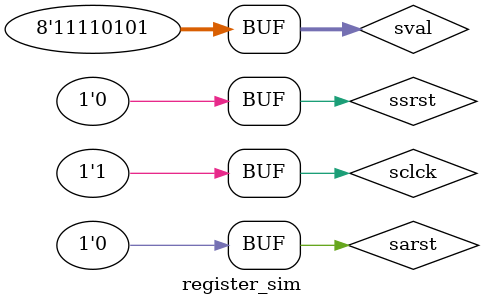
<source format=sv>
`timescale 1ns / 1ps


module register_sim();
logic[7:0] sval;
logic[7:0] soutval;
logic sclck,ssrst,sarst;

reg_memory UUT(
    .val(sval),.outVal(soutval),.clck(sclck),.srst(ssrst),.arst(sarst));
    
    initial begin
    sval=8'b11111111;
    sclck = 0;
    ssrst = 0;
    sarst =0;
    #10;
    sclck = 1;
    ssrst = 0;
    sarst =0;
    #10;
    sclck = 0;
    ssrst = 1;
    sarst =0;
    #10;
    sval=8'b10110110;
    sarst =1;
    sclck = 1;
    ssrst = 0;
    #10;
    sval=8'b00101011;
    sarst =0;
    sclck=0;
    ssrst = 0;
    #10;
    sclck = 1;
    #10;
    sclck =0;
    #10;
    sval=8'b01101101;
    sarst =1;
    sclck=0;
    ssrst = 1;
    #10;
    sarst =1;
    sclck=1;
    ssrst = 1;
    #10;
    sval=8'b11110101;
    sarst =0;
    sclck=1;
    ssrst = 0;
    #10;
    sclck=0;
    #10;
    sclck=1;
    end

endmodule

</source>
